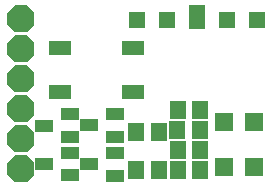
<source format=gts>
G75*
%MOIN*%
%OFA0B0*%
%FSLAX25Y25*%
%IPPOS*%
%LPD*%
%AMOC8*
5,1,8,0,0,1.08239X$1,22.5*
%
%ADD10R,0.05518X0.06306*%
%ADD11R,0.05912X0.04337*%
%ADD12OC8,0.09000*%
%ADD13R,0.05912X0.05912*%
%ADD14R,0.07487X0.04731*%
%ADD15R,0.05518X0.05400*%
%ADD16R,0.05400X0.07880*%
D10*
X0046472Y0029649D03*
X0053953Y0029649D03*
X0060252Y0029649D03*
X0060252Y0036341D03*
X0060205Y0042963D03*
X0053953Y0042247D03*
X0060252Y0049727D03*
X0067732Y0049727D03*
X0067685Y0042963D03*
X0067732Y0036341D03*
X0067732Y0029649D03*
X0046472Y0042247D03*
D11*
X0024543Y0027885D03*
X0030882Y0031562D03*
X0024543Y0035365D03*
X0024543Y0040704D03*
X0030882Y0044562D03*
X0024543Y0048184D03*
X0015882Y0044444D03*
X0015882Y0031625D03*
X0039543Y0035302D03*
X0039543Y0040822D03*
X0039543Y0048302D03*
X0039543Y0027822D03*
D12*
X0008087Y0030042D03*
X0008087Y0040042D03*
X0008087Y0050042D03*
X0008087Y0060042D03*
X0008087Y0070042D03*
X0008087Y0080042D03*
D13*
X0075803Y0045790D03*
X0085646Y0045790D03*
X0085646Y0030830D03*
X0075803Y0030830D03*
D14*
X0045488Y0055830D03*
X0045488Y0070397D03*
X0021079Y0070397D03*
X0021079Y0055830D03*
D15*
X0046827Y0079649D03*
X0056827Y0079649D03*
X0076827Y0079649D03*
X0086827Y0079649D03*
D16*
X0066748Y0080830D03*
M02*

</source>
